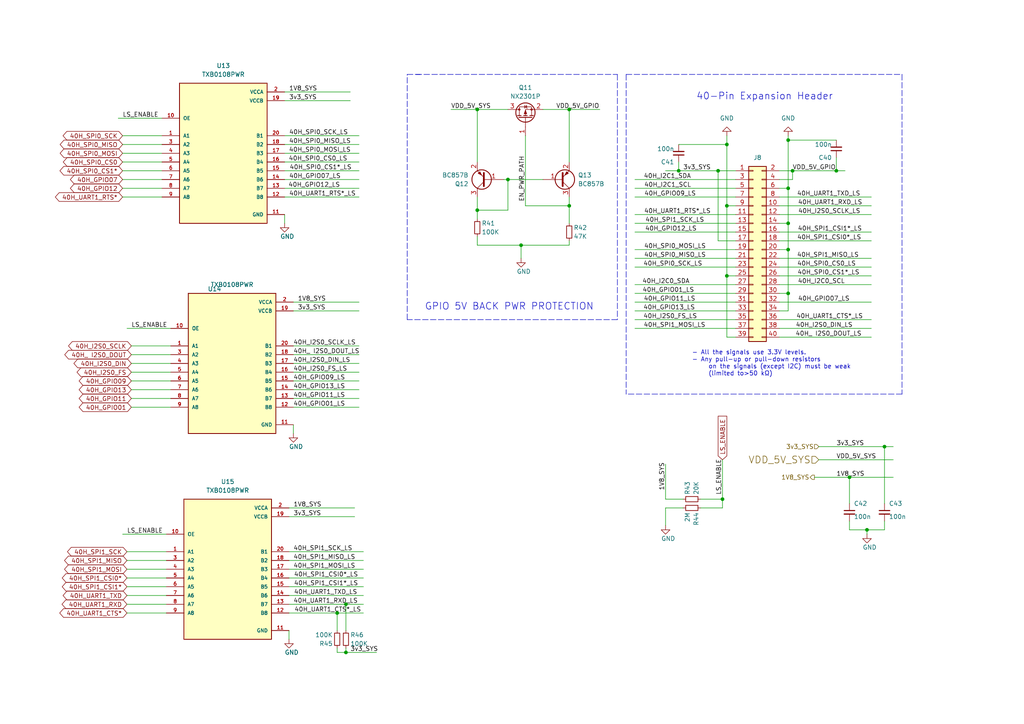
<source format=kicad_sch>
(kicad_sch (version 20211123) (generator eeschema)
  (paper "A4")
  (lib_symbols
    (symbol "Connector_Generic:Conn_02x20_Odd_Even" (pin_names (offset 1.016) hide)
      (property "Reference" "J" (at 1.27 25.4 0))
      (property "Value" "Conn_02x20_Odd_Even" (at 1.27 -27.94 0))
      (symbol "Conn_02x20_Odd_Even_1_1"
        (rectangle (start -1.27 -25.273) (end 0 -25.527) (stroke (width 0.1524)))
        (rectangle (start -1.27 -22.733) (end 0 -22.987) (stroke (width 0.1524)))
        (rectangle (start -1.27 -20.193) (end 0 -20.447) (stroke (width 0.1524)))
        (rectangle (start -1.27 -17.653) (end 0 -17.907) (stroke (width 0.1524)))
        (rectangle (start -1.27 -15.113) (end 0 -15.367) (stroke (width 0.1524)))
        (rectangle (start -1.27 -12.573) (end 0 -12.827) (stroke (width 0.1524)))
        (rectangle (start -1.27 -10.033) (end 0 -10.287) (stroke (width 0.1524)))
        (rectangle (start -1.27 -7.493) (end 0 -7.747) (stroke (width 0.1524)))
        (rectangle (start -1.27 -4.953) (end 0 -5.207) (stroke (width 0.1524)))
        (rectangle (start -1.27 -2.413) (end 0 -2.667) (stroke (width 0.1524)))
        (rectangle (start -1.27 0.127) (end 0 -0.127) (stroke (width 0.1524)))
        (rectangle (start -1.27 2.667) (end 0 2.413) (stroke (width 0.1524)))
        (rectangle (start -1.27 5.207) (end 0 4.953) (stroke (width 0.1524)))
        (rectangle (start -1.27 7.747) (end 0 7.493) (stroke (width 0.1524)))
        (rectangle (start -1.27 10.287) (end 0 10.033) (stroke (width 0.1524)))
        (rectangle (start -1.27 12.827) (end 0 12.573) (stroke (width 0.1524)))
        (rectangle (start -1.27 15.367) (end 0 15.113) (stroke (width 0.1524)))
        (rectangle (start -1.27 17.907) (end 0 17.653) (stroke (width 0.1524)))
        (rectangle (start -1.27 20.447) (end 0 20.193) (stroke (width 0.1524)))
        (rectangle (start -1.27 22.987) (end 0 22.733) (stroke (width 0.1524)))
        (rectangle (start -1.27 24.13) (end 3.81 -26.67) (stroke (width 0.254)) (fill (type background)))
        (rectangle (start 3.81 -25.273) (end 2.54 -25.527) (stroke (width 0.1524)))
        (rectangle (start 3.81 -22.733) (end 2.54 -22.987) (stroke (width 0.1524)))
        (rectangle (start 3.81 -20.193) (end 2.54 -20.447) (stroke (width 0.1524)))
        (rectangle (start 3.81 -17.653) (end 2.54 -17.907) (stroke (width 0.1524)))
        (rectangle (start 3.81 -15.113) (end 2.54 -15.367) (stroke (width 0.1524)))
        (rectangle (start 3.81 -12.573) (end 2.54 -12.827) (stroke (width 0.1524)))
        (rectangle (start 3.81 -10.033) (end 2.54 -10.287) (stroke (width 0.1524)))
        (rectangle (start 3.81 -7.493) (end 2.54 -7.747) (stroke (width 0.1524)))
        (rectangle (start 3.81 -4.953) (end 2.54 -5.207) (stroke (width 0.1524)))
        (rectangle (start 3.81 -2.413) (end 2.54 -2.667) (stroke (width 0.1524)))
        (rectangle (start 3.81 0.127) (end 2.54 -0.127) (stroke (width 0.1524)))
        (rectangle (start 3.81 2.667) (end 2.54 2.413) (stroke (width 0.1524)))
        (rectangle (start 3.81 5.207) (end 2.54 4.953) (stroke (width 0.1524)))
        (rectangle (start 3.81 7.747) (end 2.54 7.493) (stroke (width 0.1524)))
        (rectangle (start 3.81 10.287) (end 2.54 10.033) (stroke (width 0.1524)))
        (rectangle (start 3.81 12.827) (end 2.54 12.573) (stroke (width 0.1524)))
        (rectangle (start 3.81 15.367) (end 2.54 15.113) (stroke (width 0.1524)))
        (rectangle (start 3.81 17.907) (end 2.54 17.653) (stroke (width 0.1524)))
        (rectangle (start 3.81 20.447) (end 2.54 20.193) (stroke (width 0.1524)))
        (rectangle (start 3.81 22.987) (end 2.54 22.733) (stroke (width 0.1524)))
        (pin passive line (at -5.08 22.86 0) (length 3.81) (name "Pin_1") (number "1"))
        (pin passive line (at 7.62 12.7 180) (length 3.81) (name "Pin_10") (number "10"))
        (pin passive line (at -5.08 10.16 0) (length 3.81) (name "Pin_11") (number "11"))
        (pin passive line (at 7.62 10.16 180) (length 3.81) (name "Pin_12") (number "12"))
        (pin passive line (at -5.08 7.62 0) (length 3.81) (name "Pin_13") (number "13"))
        (pin passive line (at 7.62 7.62 180) (length 3.81) (name "Pin_14") (number "14"))
        (pin passive line (at -5.08 5.08 0) (length 3.81) (name "Pin_15") (number "15"))
        (pin passive line (at 7.62 5.08 180) (length 3.81) (name "Pin_16") (number "16"))
        (pin passive line (at -5.08 2.54 0) (length 3.81) (name "Pin_17") (number "17"))
        (pin passive line (at 7.62 2.54 180) (length 3.81) (name "Pin_18") (number "18"))
        (pin passive line (at -5.08 0 0) (length 3.81) (name "Pin_19") (number "19"))
        (pin passive line (at 7.62 22.86 180) (length 3.81) (name "Pin_2") (number "2"))
        (pin passive line (at 7.62 0 180) (length 3.81) (name "Pin_20") (number "20"))
        (pin passive line (at -5.08 -2.54 0) (length 3.81) (name "Pin_21") (number "21"))
        (pin passive line (at 7.62 -2.54 180) (length 3.81) (name "Pin_22") (number "22"))
        (pin passive line (at -5.08 -5.08 0) (length 3.81) (name "Pin_23") (number "23"))
        (pin passive line (at 7.62 -5.08 180) (length 3.81) (name "Pin_24") (number "24"))
        (pin passive line (at -5.08 -7.62 0) (length 3.81) (name "Pin_25") (number "25"))
        (pin passive line (at 7.62 -7.62 180) (length 3.81) (name "Pin_26") (number "26"))
        (pin passive line (at -5.08 -10.16 0) (length 3.81) (name "Pin_27") (number "27"))
        (pin passive line (at 7.62 -10.16 180) (length 3.81) (name "Pin_28") (number "28"))
        (pin passive line (at -5.08 -12.7 0) (length 3.81) (name "Pin_29") (number "29"))
        (pin passive line (at -5.08 20.32 0) (length 3.81) (name "Pin_3") (number "3"))
        (pin passive line (at 7.62 -12.7 180) (length 3.81) (name "Pin_30") (number "30"))
        (pin passive line (at -5.08 -15.24 0) (length 3.81) (name "Pin_31") (number "31"))
        (pin passive line (at 7.62 -15.24 180) (length 3.81) (name "Pin_32") (number "32"))
        (pin passive line (at -5.08 -17.78 0) (length 3.81) (name "Pin_33") (number "33"))
        (pin passive line (at 7.62 -17.78 180) (length 3.81) (name "Pin_34") (number "34"))
        (pin passive line (at -5.08 -20.32 0) (length 3.81) (name "Pin_35") (number "35"))
        (pin passive line (at 7.62 -20.32 180) (length 3.81) (name "Pin_36") (number "36"))
        (pin passive line (at -5.08 -22.86 0) (length 3.81) (name "Pin_37") (number "37"))
        (pin passive line (at 7.62 -22.86 180) (length 3.81) (name "Pin_38") (number "38"))
        (pin passive line (at -5.08 -25.4 0) (length 3.81) (name "Pin_39") (number "39"))
        (pin passive line (at 7.62 20.32 180) (length 3.81) (name "Pin_4") (number "4"))
        (pin passive line (at 7.62 -25.4 180) (length 3.81) (name "Pin_40") (number "40"))
        (pin passive line (at -5.08 17.78 0) (length 3.81) (name "Pin_5") (number "5"))
        (pin passive line (at 7.62 17.78 180) (length 3.81) (name "Pin_6") (number "6"))
        (pin passive line (at -5.08 15.24 0) (length 3.81) (name "Pin_7") (number "7"))
        (pin passive line (at 7.62 15.24 180) (length 3.81) (name "Pin_8") (number "8"))
        (pin passive line (at -5.08 12.7 0) (length 3.81) (name "Pin_9") (number "9"))
      )
    )
    (symbol "Device:C_Small" (pin_numbers hide) (pin_names (offset 0.254) hide)
      (property "Reference" "C" (at 0.254 1.778 0))
      (property "Value" "C_Small" (at 0.254 -2.032 0))
      (symbol "C_Small_0_1"
        (polyline (pts (xy -1.524 -0.508) (xy 1.524 -0.508)) (stroke (width 0.3302)))
        (polyline (pts (xy -1.524 0.508) (xy 1.524 0.508)) (stroke (width 0.3048)))
      )
      (symbol "C_Small_1_1"
        (pin passive line (at 0 2.54 270) (length 2.032) (name "~") (number "1"))
        (pin passive line (at 0 -2.54 90) (length 2.032) (name "~") (number "2"))
      )
    )
    (symbol "Device:Q_PNP_BEC" (pin_names (offset 0) hide)
      (property "Reference" "Q" (at 5.08 1.27 0))
      (property "Value" "Q_PNP_BEC" (at 5.08 -1.27 0))
      (symbol "Q_PNP_BEC_0_1"
        (polyline (pts (xy 0.635 0.635) (xy 2.54 2.54)))
        (polyline (pts (xy 0.635 -0.635) (xy 2.54 -2.54) (xy 2.54 -2.54)))
        (polyline (pts (xy 0.635 1.905) (xy 0.635 -1.905) (xy 0.635 -1.905)) (stroke (width 0.508)))
        (polyline (pts (xy 2.286 -1.778) (xy 1.778 -2.286) (xy 1.27 -1.27) (xy 2.286 -1.778) (xy 2.286 -1.778)) (fill (type outline)))
        (circle (center 1.27 0) (radius 2.8194) (stroke (width 0.254)))
      )
      (symbol "Q_PNP_BEC_1_1"
        (pin input line (at -5.08 0 0) (length 5.715) (name "B") (number "1"))
        (pin passive line (at 2.54 -5.08 90) (length 2.54) (name "E") (number "2"))
        (pin passive line (at 2.54 5.08 270) (length 2.54) (name "C") (number "3"))
      )
    )
    (symbol "Device:R_Small" (pin_numbers hide) (pin_names (offset 0.254) hide)
      (property "Reference" "R" (at 0.762 0.508 0))
      (property "Value" "R_Small" (at 0.762 -1.016 0))
      (symbol "R_Small_0_1"
        (rectangle (start -0.762 1.778) (end 0.762 -1.778) (stroke (width 0.2032)))
      )
      (symbol "R_Small_1_1"
        (pin passive line (at 0 2.54 270) (length 0.762) (name "~") (number "1"))
        (pin passive line (at 0 -2.54 90) (length 0.762) (name "~") (number "2"))
      )
    )
    (symbol "TXB0108PWR:TXB0108PWR" (pin_names (offset 1.016))
      (property "Reference" "U" (at -12.7 23.86 0))
      (property "Value" "TXB0108PWR" (at -12.7 -21.78 0))
      (symbol "TXB0108PWR_0_0"
        (rectangle (start -12.7 -17.78) (end 12.7 22.86) (stroke (width 0.254)) (fill (type background)))
        (pin bidirectional line (at -17.78 7.62 0) (length 5.08) (name "A1") (number "1"))
        (pin input line (at -17.78 12.7 0) (length 5.08) (name "OE") (number "10"))
        (pin power_in line (at 17.78 -15.24 180) (length 5.08) (name "GND") (number "11"))
        (pin bidirectional line (at 17.78 -10.16 180) (length 5.08) (name "B8") (number "12"))
        (pin bidirectional line (at 17.78 -7.62 180) (length 5.08) (name "B7") (number "13"))
        (pin bidirectional line (at 17.78 -5.08 180) (length 5.08) (name "B6") (number "14"))
        (pin bidirectional line (at 17.78 -2.54 180) (length 5.08) (name "B5") (number "15"))
        (pin bidirectional line (at 17.78 0 180) (length 5.08) (name "B4") (number "16"))
        (pin bidirectional line (at 17.78 2.54 180) (length 5.08) (name "B3") (number "17"))
        (pin bidirectional line (at 17.78 5.08 180) (length 5.08) (name "B2") (number "18"))
        (pin power_in line (at 17.78 17.78 180) (length 5.08) (name "VCCB") (number "19"))
        (pin power_in line (at 17.78 20.32 180) (length 5.08) (name "VCCA") (number "2"))
        (pin bidirectional line (at 17.78 7.62 180) (length 5.08) (name "B1") (number "20"))
        (pin bidirectional line (at -17.78 5.08 0) (length 5.08) (name "A2") (number "3"))
        (pin bidirectional line (at -17.78 2.54 0) (length 5.08) (name "A3") (number "4"))
        (pin bidirectional line (at -17.78 0 0) (length 5.08) (name "A4") (number "5"))
        (pin bidirectional line (at -17.78 -2.54 0) (length 5.08) (name "A5") (number "6"))
        (pin bidirectional line (at -17.78 -5.08 0) (length 5.08) (name "A6") (number "7"))
        (pin bidirectional line (at -17.78 -7.62 0) (length 5.08) (name "A7") (number "8"))
        (pin bidirectional line (at -17.78 -10.16 0) (length 5.08) (name "A8") (number "9"))
      )
    )
    (symbol "Transistor_FET:AO3401A" (pin_names hide)
      (property "Reference" "Q" (at 5.08 1.905 0))
      (property "Value" "AO3401A" (at 5.08 0 0))
      (symbol "AO3401A_0_1"
        (polyline (pts (xy 0.254 0) (xy -2.54 0)))
        (polyline (pts (xy 0.254 1.905) (xy 0.254 -1.905)) (stroke (width 0.254)))
        (polyline (pts (xy 0.762 -1.27) (xy 0.762 -2.286)) (stroke (width 0.254)))
        (polyline (pts (xy 0.762 0.508) (xy 0.762 -0.508)) (stroke (width 0.254)))
        (polyline (pts (xy 0.762 2.286) (xy 0.762 1.27)) (stroke (width 0.254)))
        (polyline (pts (xy 2.54 2.54) (xy 2.54 1.778)))
        (polyline (pts (xy 2.54 -2.54) (xy 2.54 0) (xy 0.762 0)))
        (polyline (pts (xy 0.762 1.778) (xy 3.302 1.778) (xy 3.302 -1.778) (xy 0.762 -1.778)))
        (polyline (pts (xy 2.286 0) (xy 1.27 0.381) (xy 1.27 -0.381) (xy 2.286 0)) (fill (type outline)))
        (polyline (pts (xy 2.794 -0.508) (xy 2.921 -0.381) (xy 3.683 -0.381) (xy 3.81 -0.254)))
        (polyline (pts (xy 3.302 -0.381) (xy 2.921 0.254) (xy 3.683 0.254) (xy 3.302 -0.381)))
        (circle (center 1.651 0) (radius 2.794) (stroke (width 0.254)))
        (circle (center 2.54 -1.778) (radius 0.254) (fill (type outline)))
        (circle (center 2.54 1.778) (radius 0.254) (fill (type outline)))
      )
      (symbol "AO3401A_1_1"
        (pin input line (at -5.08 0 0) (length 2.54) (name "G") (number "1"))
        (pin passive line (at 2.54 -5.08 90) (length 2.54) (name "S") (number "2"))
        (pin passive line (at 2.54 5.08 270) (length 2.54) (name "D") (number "3"))
      )
    )
    (symbol "power:GND" (power) (pin_names (offset 0))
      (property "Value" "GND" (at 0 -3.81 0))
      (symbol "GND_0_1"
        (polyline (pts (xy 0 0) (xy 0 -1.27) (xy 1.27 -1.27) (xy 0 -2.54) (xy -1.27 -1.27) (xy 0 -1.27)))
      )
      (symbol "GND_1_1"
        (pin power_in line (at 0 0 270) (length 0) hide (name "GND") (number "1"))
      )
    )
  )
  (junction (at 147.32 52.07))
  (junction (at 246.38 138.43))
  (junction (at 138.43 60.96))
  (junction (at 242.57 49.53))
  (junction (at 210.82 41.91))
  (junction (at 138.43 31.75))
  (junction (at 228.6 85.09))
  (junction (at 165.1 31.75))
  (junction (at 210.82 80.01))
  (junction (at 100.33 189.23))
  (junction (at 196.85 49.53))
  (junction (at 251.46 153.67))
  (junction (at 100.33 175.26))
  (junction (at 209.55 144.78))
  (junction (at 256.54 129.54))
  (junction (at 228.6 72.39))
  (junction (at 228.6 40.64))
  (junction (at 228.6 64.77))
  (junction (at 165.1 59.69))
  (junction (at 151.13 71.12))
  (junction (at 97.79 177.8))
  (junction (at 210.82 59.69))
  (junction (at 208.28 49.53))
  (junction (at 229.87 49.53))
  (junction (at 228.6 54.61))
  (wire (pts (xy 85.09 115.57) (xy 104.14 115.57)))
  (wire (pts (xy 208.28 69.85) (xy 208.28 49.53)))
  (wire (pts (xy 198.12 144.78) (xy 193.04 144.78)))
  (wire (pts (xy 38.1 100.33) (xy 49.53 100.33)))
  (wire (pts (xy 226.06 77.47) (xy 252.73 77.47)))
  (wire (pts (xy 38.1 110.49) (xy 49.53 110.49)))
  (wire (pts (xy 256.54 153.67) (xy 256.54 151.13)))
  (wire (pts (xy 165.1 31.75) (xy 165.1 46.99)))
  (wire (pts (xy 36.83 167.64) (xy 48.26 167.64)))
  (wire (pts (xy 100.33 175.26) (xy 100.33 182.88)))
  (wire (pts (xy 229.87 49.53) (xy 242.57 49.53)))
  (wire (pts (xy 213.36 59.69) (xy 210.82 59.69)))
  (wire (pts (xy 229.87 52.07) (xy 229.87 49.53)))
  (wire (pts (xy 165.1 31.75) (xy 173.99 31.75)))
  (wire (pts (xy 236.22 138.43) (xy 246.38 138.43)))
  (wire (pts (xy 203.2 147.32) (xy 209.55 147.32)))
  (wire (pts (xy 35.56 39.37) (xy 46.99 39.37)))
  (wire (pts (xy 193.04 134.62) (xy 193.04 144.78)))
  (polyline (pts (xy 120.65 21.59) (xy 179.07 21.59)))
  (wire (pts (xy 213.36 80.01) (xy 210.82 80.01)))
  (wire (pts (xy 138.43 60.96) (xy 138.43 63.5)))
  (wire (pts (xy 184.15 77.47) (xy 213.36 77.47)))
  (wire (pts (xy 256.54 129.54) (xy 256.54 146.05)))
  (wire (pts (xy 105.41 162.56) (xy 83.82 162.56)))
  (wire (pts (xy 36.83 162.56) (xy 48.26 162.56)))
  (wire (pts (xy 228.6 64.77) (xy 228.6 54.61)))
  (wire (pts (xy 100.33 175.26) (xy 105.41 175.26)))
  (wire (pts (xy 226.06 62.23) (xy 252.73 62.23)))
  (wire (pts (xy 196.85 49.53) (xy 208.28 49.53)))
  (wire (pts (xy 35.56 41.91) (xy 46.99 41.91)))
  (wire (pts (xy 147.32 52.07) (xy 157.48 52.07)))
  (wire (pts (xy 184.15 90.17) (xy 213.36 90.17)))
  (wire (pts (xy 226.06 52.07) (xy 229.87 52.07)))
  (wire (pts (xy 105.41 160.02) (xy 83.82 160.02)))
  (polyline (pts (xy 179.07 92.71) (xy 118.11 92.71)))
  (wire (pts (xy 226.06 49.53) (xy 229.87 49.53)))
  (wire (pts (xy 226.06 57.15) (xy 252.73 57.15)))
  (wire (pts (xy 97.79 187.96) (xy 97.79 189.23)))
  (wire (pts (xy 237.49 129.54) (xy 256.54 129.54)))
  (wire (pts (xy 104.14 102.87) (xy 85.09 102.87)))
  (wire (pts (xy 246.38 151.13) (xy 246.38 153.67)))
  (wire (pts (xy 100.33 189.23) (xy 100.33 187.96)))
  (wire (pts (xy 246.38 153.67) (xy 251.46 153.67)))
  (wire (pts (xy 184.15 95.25) (xy 213.36 95.25)))
  (wire (pts (xy 226.06 90.17) (xy 228.6 90.17)))
  (wire (pts (xy 193.04 49.53) (xy 196.85 49.53)))
  (wire (pts (xy 151.13 71.12) (xy 151.13 74.93)))
  (wire (pts (xy 242.57 45.72) (xy 242.57 49.53)))
  (wire (pts (xy 226.06 95.25) (xy 252.73 95.25)))
  (wire (pts (xy 210.82 59.69) (xy 210.82 41.91)))
  (wire (pts (xy 85.09 110.49) (xy 104.14 110.49)))
  (wire (pts (xy 34.29 34.29) (xy 46.99 34.29)))
  (wire (pts (xy 97.79 177.8) (xy 97.79 182.88)))
  (polyline (pts (xy 118.11 21.59) (xy 121.92 21.59)))
  (wire (pts (xy 198.12 147.32) (xy 193.04 147.32)))
  (wire (pts (xy 157.48 31.75) (xy 165.1 31.75)))
  (wire (pts (xy 138.43 31.75) (xy 138.43 46.99)))
  (wire (pts (xy 35.56 49.53) (xy 46.99 49.53)))
  (wire (pts (xy 83.82 149.86) (xy 102.87 149.86)))
  (wire (pts (xy 246.38 138.43) (xy 246.38 146.05)))
  (wire (pts (xy 82.55 57.15) (xy 104.14 57.15)))
  (wire (pts (xy 228.6 40.64) (xy 228.6 39.37)))
  (wire (pts (xy 35.56 44.45) (xy 46.99 44.45)))
  (wire (pts (xy 147.32 60.96) (xy 147.32 52.07)))
  (wire (pts (xy 165.1 71.12) (xy 151.13 71.12)))
  (wire (pts (xy 184.15 74.93) (xy 213.36 74.93)))
  (wire (pts (xy 97.79 189.23) (xy 100.33 189.23)))
  (wire (pts (xy 85.09 123.19) (xy 85.09 125.73)))
  (wire (pts (xy 38.1 118.11) (xy 49.53 118.11)))
  (wire (pts (xy 203.2 144.78) (xy 209.55 144.78)))
  (wire (pts (xy 104.14 44.45) (xy 82.55 44.45)))
  (wire (pts (xy 38.1 115.57) (xy 49.53 115.57)))
  (wire (pts (xy 226.06 67.31) (xy 252.73 67.31)))
  (wire (pts (xy 165.1 57.15) (xy 165.1 59.69)))
  (wire (pts (xy 36.83 95.25) (xy 49.53 95.25)))
  (wire (pts (xy 228.6 90.17) (xy 228.6 85.09)))
  (wire (pts (xy 35.56 46.99) (xy 46.99 46.99)))
  (wire (pts (xy 82.55 49.53) (xy 104.14 49.53)))
  (polyline (pts (xy 261.62 21.59) (xy 261.62 114.3)))
  (wire (pts (xy 184.15 92.71) (xy 213.36 92.71)))
  (wire (pts (xy 82.55 52.07) (xy 104.14 52.07)))
  (wire (pts (xy 226.06 87.63) (xy 252.73 87.63)))
  (wire (pts (xy 82.55 26.67) (xy 101.6 26.67)))
  (wire (pts (xy 83.82 175.26) (xy 100.33 175.26)))
  (wire (pts (xy 228.6 54.61) (xy 228.6 40.64)))
  (wire (pts (xy 210.82 97.79) (xy 210.82 80.01)))
  (wire (pts (xy 85.09 87.63) (xy 104.14 87.63)))
  (wire (pts (xy 251.46 153.67) (xy 256.54 153.67)))
  (wire (pts (xy 228.6 72.39) (xy 228.6 64.77)))
  (wire (pts (xy 208.28 49.53) (xy 213.36 49.53)))
  (wire (pts (xy 82.55 46.99) (xy 104.14 46.99)))
  (wire (pts (xy 226.06 59.69) (xy 252.73 59.69)))
  (wire (pts (xy 184.15 57.15) (xy 213.36 57.15)))
  (wire (pts (xy 38.1 113.03) (xy 49.53 113.03)))
  (wire (pts (xy 251.46 154.94) (xy 251.46 153.67)))
  (wire (pts (xy 38.1 105.41) (xy 49.53 105.41)))
  (wire (pts (xy 151.13 71.12) (xy 138.43 71.12)))
  (wire (pts (xy 35.56 52.07) (xy 46.99 52.07)))
  (wire (pts (xy 184.15 52.07) (xy 213.36 52.07)))
  (wire (pts (xy 210.82 80.01) (xy 210.82 59.69)))
  (wire (pts (xy 83.82 172.72) (xy 105.41 172.72)))
  (wire (pts (xy 226.06 80.01) (xy 252.73 80.01)))
  (wire (pts (xy 83.82 182.88) (xy 83.82 185.42)))
  (wire (pts (xy 209.55 147.32) (xy 209.55 144.78)))
  (wire (pts (xy 97.79 177.8) (xy 105.41 177.8)))
  (wire (pts (xy 226.06 92.71) (xy 252.73 92.71)))
  (wire (pts (xy 36.83 170.18) (xy 48.26 170.18)))
  (wire (pts (xy 256.54 129.54) (xy 259.08 129.54)))
  (wire (pts (xy 226.06 97.79) (xy 252.73 97.79)))
  (wire (pts (xy 237.49 133.35) (xy 259.08 133.35)))
  (wire (pts (xy 226.06 82.55) (xy 252.73 82.55)))
  (wire (pts (xy 152.4 59.69) (xy 165.1 59.69)))
  (wire (pts (xy 82.55 62.23) (xy 82.55 64.77)))
  (wire (pts (xy 83.82 147.32) (xy 102.87 147.32)))
  (wire (pts (xy 152.4 39.37) (xy 152.4 59.69)))
  (wire (pts (xy 184.15 67.31) (xy 213.36 67.31)))
  (wire (pts (xy 38.1 102.87) (xy 49.53 102.87)))
  (wire (pts (xy 82.55 54.61) (xy 104.14 54.61)))
  (wire (pts (xy 226.06 54.61) (xy 228.6 54.61)))
  (wire (pts (xy 36.83 160.02) (xy 48.26 160.02)))
  (wire (pts (xy 226.06 74.93) (xy 252.73 74.93)))
  (polyline (pts (xy 118.11 92.71) (xy 118.11 21.59)))
  (wire (pts (xy 83.82 167.64) (xy 105.41 167.64)))
  (wire (pts (xy 193.04 147.32) (xy 193.04 152.4)))
  (wire (pts (xy 165.1 69.85) (xy 165.1 71.12)))
  (wire (pts (xy 184.15 54.61) (xy 213.36 54.61)))
  (wire (pts (xy 138.43 60.96) (xy 147.32 60.96)))
  (wire (pts (xy 184.15 85.09) (xy 213.36 85.09)))
  (wire (pts (xy 35.56 57.15) (xy 46.99 57.15)))
  (wire (pts (xy 184.15 72.39) (xy 213.36 72.39)))
  (wire (pts (xy 138.43 57.15) (xy 138.43 60.96)))
  (wire (pts (xy 184.15 64.77) (xy 213.36 64.77)))
  (wire (pts (xy 213.36 97.79) (xy 210.82 97.79)))
  (wire (pts (xy 165.1 59.69) (xy 165.1 64.77)))
  (wire (pts (xy 38.1 107.95) (xy 49.53 107.95)))
  (wire (pts (xy 85.09 118.11) (xy 104.14 118.11)))
  (wire (pts (xy 104.14 41.91) (xy 82.55 41.91)))
  (wire (pts (xy 184.15 62.23) (xy 213.36 62.23)))
  (wire (pts (xy 228.6 40.64) (xy 242.57 40.64)))
  (wire (pts (xy 83.82 170.18) (xy 105.41 170.18)))
  (wire (pts (xy 226.06 69.85) (xy 252.73 69.85)))
  (wire (pts (xy 210.82 39.37) (xy 210.82 41.91)))
  (wire (pts (xy 82.55 29.21) (xy 101.6 29.21)))
  (wire (pts (xy 36.83 172.72) (xy 48.26 172.72)))
  (wire (pts (xy 104.14 105.41) (xy 85.09 105.41)))
  (wire (pts (xy 196.85 41.91) (xy 210.82 41.91)))
  (wire (pts (xy 36.83 165.1) (xy 48.26 165.1)))
  (wire (pts (xy 85.09 107.95) (xy 104.14 107.95)))
  (wire (pts (xy 105.41 165.1) (xy 83.82 165.1)))
  (wire (pts (xy 226.06 85.09) (xy 228.6 85.09)))
  (polyline (pts (xy 181.61 21.59) (xy 261.62 21.59)))
  (wire (pts (xy 184.15 87.63) (xy 213.36 87.63)))
  (wire (pts (xy 130.81 31.75) (xy 138.43 31.75)))
  (wire (pts (xy 85.09 90.17) (xy 104.14 90.17)))
  (wire (pts (xy 104.14 39.37) (xy 82.55 39.37)))
  (polyline (pts (xy 261.62 114.3) (xy 181.61 114.3)))
  (wire (pts (xy 35.56 154.94) (xy 48.26 154.94)))
  (wire (pts (xy 83.82 177.8) (xy 97.79 177.8)))
  (wire (pts (xy 246.38 138.43) (xy 259.08 138.43)))
  (wire (pts (xy 138.43 71.12) (xy 138.43 68.58)))
  (wire (pts (xy 242.57 49.53) (xy 245.11 49.53)))
  (wire (pts (xy 209.55 133.35) (xy 209.55 144.78)))
  (wire (pts (xy 104.14 100.33) (xy 85.09 100.33)))
  (polyline (pts (xy 181.61 21.59) (xy 181.61 114.3)))
  (wire (pts (xy 36.83 177.8) (xy 48.26 177.8)))
  (wire (pts (xy 100.33 189.23) (xy 109.22 189.23)))
  (wire (pts (xy 85.09 113.03) (xy 104.14 113.03)))
  (wire (pts (xy 146.05 52.07) (xy 147.32 52.07)))
  (wire (pts (xy 147.32 31.75) (xy 138.43 31.75)))
  (wire (pts (xy 226.06 72.39) (xy 228.6 72.39)))
  (wire (pts (xy 196.85 46.99) (xy 196.85 49.53)))
  (wire (pts (xy 184.15 82.55) (xy 213.36 82.55)))
  (polyline (pts (xy 179.07 21.59) (xy 179.07 92.71)))
  (wire (pts (xy 228.6 85.09) (xy 228.6 72.39)))
  (wire (pts (xy 213.36 69.85) (xy 208.28 69.85)))
  (wire (pts (xy 36.83 175.26) (xy 48.26 175.26)))
  (wire (pts (xy 35.56 54.61) (xy 46.99 54.61)))
  (wire (pts (xy 226.06 64.77) (xy 228.6 64.77)))
  (text "40-Pin Expansion Header" (at 201.93 29.21 0) (effects (font (size 2 2)) (justify left bottom)))
  (text "GPIO 5V BACK PWR PROTECTION" (at 123.19 90.17 0) (effects (font (size 2 2)) (justify left bottom)))
  (text "- All the signals use 3.3V levels.\n- Any pull-up or pull-down resistors \n	on the signals (except I2C) must be weak \n	(limited to>50 kΩ)" (at 200.66 109.22 0) (effects (font (size 1.27 1.27)) (justify left bottom)))
  (label "VDD_5V_GPIO" (at 229.87 49.53 0))
  (label "1V8_SYS" (at 193.04 142.24 90))
  (label "40H_SPI1_SCK_LS" (at 187.1429 64.77 0))
  (label "40H_SPI0_MISO_LS" (at 186.7787 74.93 0))
  (label "40H_UART1_CTS*_LS" (at 230.9345 92.71 0))
  (label "EN_PWR_PATH" (at 152.4 58.42 90))
  (label "3v3_SYS" (at 85.09 149.86 0))
  (label "VDD_5V_GPIO" (at 161.29 31.75 0))
  (label "40H_UART1_RTS*_LS" (at 186.7833 62.23 0))
  (label "40H_GPIO09_LS" (at 85.09 110.49 0))
  (label "40H_I2S0_FS_LS" (at 186.5826 92.71 0))
  (label "40H_SPI1_CSI0*_LS" (at 85.2348 167.64 0))
  (label "40H_UART1_RXD_LS" (at 85.09 175.26 0))
  (label "40H_GPIO12_LS" (at 83.6249 54.61 0))
  (label "40H_SPI0_SCK_LS" (at 83.82 39.37 0))
  (label "40H_I2C1_SCL" (at 186.816 54.61 0))
  (label "40H_I2C1_SDA" (at 186.69 52.07 0))
  (label "40H_GPIO12_LS" (at 187.0728 67.31 0))
  (label "40H_ I2S0_DOUT_LS" (at 85.09 102.87 0))
  (label "40H_SPI1_SCK_LS" (at 85.09 160.02 0))
  (label "40H_SPI0_MOSI_LS" (at 186.7787 72.39 0))
  (label "40H_I2S0_SCLK_LS" (at 231.4692 62.23 0))
  (label "40H_GPIO13_LS" (at 186.5826 90.17 0))
  (label "40H_GPIO07_LS" (at 83.82 52.07 0))
  (label "LS_ENABLE" (at 36.83 154.94 0))
  (label "LS_ENABLE" (at 209.55 143.51 90))
  (label "40H_I2S0_DIN_LS" (at 230.782 95.25 0))
  (label "3v3_SYS" (at 198.12 49.53 0))
  (label "40H_SPI0_CS0_LS" (at 83.7033 46.99 0))
  (label "40H_SPI0_MOSI_LS" (at 83.7686 44.45 0))
  (label "40H_I2C0_SDA" (at 186.2884 82.55 0))
  (label "40H_SPI1_MOSI_LS" (at 186.6561 95.25 0))
  (label "40H_GPIO13_LS" (at 85.09 113.03 0))
  (label "40H_I2C0_SCL" (at 231.3804 82.55 0))
  (label "LS_ENABLE" (at 38.1 95.25 0))
  (label "40H_GPIO01_LS" (at 186.3375 85.09 0))
  (label "40H_UART1_TXD_LS" (at 85.2348 172.72 0))
  (label "3v3_SYS" (at 83.82 29.21 0))
  (label "40H_SPI0_SCK_LS" (at 186.5826 77.47 0))
  (label "40H_SPI1_MISO_LS" (at 85.09 162.56 0))
  (label "40H_SPI1_CSI1*_LS" (at 85.2348 170.18 0))
  (label "40H_SPI0_CS0_LS" (at 231.1843 77.47 0))
  (label "40H_SPI1_CSI1*_LS" (at 231.3711 67.31 0))
  (label "40H_GPIO07_LS" (at 231.4294 87.63 0))
  (label "40H_I2S0_DIN_LS" (at 85.09 105.41 0))
  (label "LS_ENABLE" (at 35.56 34.29 0))
  (label "40H_GPIO09_LS" (at 186.8487 57.15 0))
  (label "40H_I2S0_SCLK_LS" (at 85.09 100.33 0))
  (label "40H_I2S0_FS_LS" (at 85.09 107.95 0))
  (label "40H_UART1_CTS*_LS" (at 85.3819 177.8 0))
  (label "40H_SPI1_CSI0*_LS" (at 231.175 69.85 0))
  (label "1V8_SYS" (at 86.36 87.63 0))
  (label "3v3_SYS" (at 86.36 90.17 0))
  (label "VDD_5V_SYS" (at 130.81 31.75 0))
  (label "1V8_SYS" (at 242.57 138.43 0))
  (label "40H_SPI0_CS1*_LS" (at 231.2824 80.01 0))
  (label "40H_GPIO11_LS" (at 85.09 115.57 0))
  (label "40H_ I2S0_DOUT_LS" (at 230.7166 97.79 0))
  (label "40H_UART1_TXD_LS" (at 231.14 57.15 0))
  (label "40H_SPI1_MISO_LS" (at 231.14 74.93 0))
  (label "40H_GPIO01_LS" (at 85.09 118.11 0))
  (label "1V8_SYS" (at 83.82 26.67 0))
  (label "40H_GPIO11_LS" (at 186.69 87.63 0))
  (label "40H_UART1_RXD_LS" (at 231.4201 59.69 0))
  (label "40H_SPI1_MOSI_LS" (at 85.09 165.1 0))
  (label "40H_UART1_RTS*_LS" (at 83.82 57.15 0))
  (label "1V8_SYS" (at 85.09 147.32 0))
  (label "3v3_SYS" (at 242.57 129.54 0))
  (label "3v3_SYS" (at 101.6 189.23 0))
  (label "40H_SPI0_CS1*_LS" (at 83.9647 49.53 0))
  (label "VDD_5V_SYS" (at 242.57 133.35 0))
  (label "40H_SPI0_MISO_LS" (at 83.8013 41.91 0))
  (global_label "40H_I2S0_SCLK" (shape bidirectional) (at 38.1 100.33 180) (property "Intersheet References" "${INTERSHEET_REFS}" (effects hide)))
  (global_label "40H_GPIO12" (shape bidirectional) (at 35.56 54.61 180) (property "Intersheet References" "${INTERSHEET_REFS}" (effects hide)))
  (global_label "40H_SPI0_MISO" (shape bidirectional) (at 35.56 41.91 180) (property "Intersheet References" "${INTERSHEET_REFS}" (effects hide)))
  (global_label "40H_SPI0_CS1*" (shape bidirectional) (at 35.56 49.53 180) (property "Intersheet References" "${INTERSHEET_REFS}" (effects hide)))
  (global_label "40H_UART1_RXD" (shape bidirectional) (at 36.83 175.26 180) (property "Intersheet References" "${INTERSHEET_REFS}" (effects hide)))
  (global_label "40H_GPIO01" (shape bidirectional) (at 38.1 118.11 180) (property "Intersheet References" "${INTERSHEET_REFS}" (effects hide)))
  (global_label "40H_I2S0_FS" (shape bidirectional) (at 38.1 107.95 180) (property "Intersheet References" "${INTERSHEET_REFS}" (effects hide)))
  (global_label "40H_SPI1_CSI0*" (shape bidirectional) (at 36.83 167.64 180) (property "Intersheet References" "${INTERSHEET_REFS}" (effects hide)))
  (global_label "40H_SPI0_SCK" (shape bidirectional) (at 35.56 39.37 180) (property "Intersheet References" "${INTERSHEET_REFS}" (effects hide)))
  (global_label "40H_I2S0_DIN" (shape bidirectional) (at 38.1 105.41 180) (property "Intersheet References" "${INTERSHEET_REFS}" (effects hide)))
  (global_label "40H_UART1_CTS*" (shape bidirectional) (at 36.83 177.8 180) (property "Intersheet References" "${INTERSHEET_REFS}" (effects hide)))
  (global_label "40H_SPI1_MISO" (shape bidirectional) (at 36.83 162.56 180) (property "Intersheet References" "${INTERSHEET_REFS}" (effects hide)))
  (global_label "40H_SPI1_SCK" (shape bidirectional) (at 36.83 160.02 180) (property "Intersheet References" "${INTERSHEET_REFS}" (effects hide)))
  (global_label "40H_UART1_TXD" (shape bidirectional) (at 36.83 172.72 180) (property "Intersheet References" "${INTERSHEET_REFS}" (effects hide)))
  (global_label "40H_GPIO09" (shape bidirectional) (at 38.1 110.49 180) (property "Intersheet References" "${INTERSHEET_REFS}" (effects hide)))
  (global_label "40H_GPIO07" (shape bidirectional) (at 35.56 52.07 180) (property "Intersheet References" "${INTERSHEET_REFS}" (effects hide)))
  (global_label "40H_GPIO13" (shape bidirectional) (at 38.1 113.03 180) (property "Intersheet References" "${INTERSHEET_REFS}" (effects hide)))
  (global_label "40H_SPI1_MOSI" (shape bidirectional) (at 36.83 165.1 180) (property "Intersheet References" "${INTERSHEET_REFS}" (effects hide)))
  (global_label "40H_GPIO11" (shape bidirectional) (at 38.1 115.57 180) (property "Intersheet References" "${INTERSHEET_REFS}" (effects hide)))
  (global_label "40H_SPI0_MOSI" (shape bidirectional) (at 35.56 44.45 180) (property "Intersheet References" "${INTERSHEET_REFS}" (effects hide)))
  (global_label "40H_SPI0_CS0" (shape bidirectional) (at 35.56 46.99 180) (property "Intersheet References" "${INTERSHEET_REFS}" (effects hide)))
  (global_label "40H_SPI1_CSI1*" (shape bidirectional) (at 36.83 170.18 180) (property "Intersheet References" "${INTERSHEET_REFS}" (effects hide)))
  (global_label "40H_ I2S0_DOUT" (shape bidirectional) (at 38.1 102.87 180) (property "Intersheet References" "${INTERSHEET_REFS}" (effects hide)))
  (global_label "40H_UART1_RTS*" (shape bidirectional) (at 35.56 57.15 180) (property "Intersheet References" "${INTERSHEET_REFS}" (effects hide)))
  (global_label "LS_ENABLE" (shape input) (at 209.55 133.35 90) (property "Intersheet References" "${INTERSHEET_REFS}" (effects hide)))
  (hierarchical_label "VDD_5V_SYS" (shape input) (at 237.49 133.35 180) (effects (font (size 2.0066 2.0066))))
  (hierarchical_label "1V8_SYS" (shape output) (at 236.22 138.43 180))
  (hierarchical_label "3v3_SYS" (shape input) (at 237.49 129.54 180))
  (symbol (lib_id "power:GND") (at 193.04 152.4 0) (unit 1)
    (property "Reference" "#PWR0172" (effects hide))
    (property "Value" "GND" (at 191.77 156.21 0) (effects (justify left)))
  )
  (symbol (lib_id "Device:C_Small") (at 256.54 148.59 0) (unit 1)
    (property "Reference" "C43" (at 257.81 146.05 0) (effects (justify left)))
    (property "Value" "100n" (at 257.81 149.86 0) (effects (justify left)))
    (property "Footprint" "Capacitor_SMD:C_0201_0603Metric" (effects hide))
    (property "LCSC" "C307380" (effects hide))
  )
  (symbol (lib_id "Transistor_FET:AO3401A") (at 152.4 34.29 90) (unit 1)
    (property "Reference" "Q11" (at 152.4 25.4 90))
    (property "Value" "NX2301P" (at 152.4 27.94 90))
    (property "Footprint" "Package_TO_SOT_SMD:SOT-23" (effects hide))
    (property "LCSC" "C191273" (effects hide))
    (property "ALT" "NTS4101PT1G" (effects hide))
  )
  (symbol (lib_id "Device:C_Small") (at 242.57 43.18 180) (unit 1)
    (property "Reference" "C40" (at 241.3 45.72 0) (effects (justify left)))
    (property "Value" "100n" (at 241.3 41.91 0) (effects (justify left)))
    (property "Footprint" "Capacitor_SMD:C_0201_0603Metric" (effects hide))
    (property "LCSC" "C307380" (effects hide))
  )
  (symbol (lib_id "Device:R_Small") (at 100.33 185.42 0) (unit 1)
    (property "Reference" "R46" (at 101.6 184.15 0) (effects (justify left)))
    (property "Value" "100K" (at 101.6 186.69 0) (effects (justify left)))
    (property "Footprint" "Resistor_SMD:R_0201_0603Metric" (effects hide))
    (property "LCSC" "C106224" (effects hide))
  )
  (symbol (lib_id "Device:R_Small") (at 138.43 66.04 0) (unit 1)
    (property "Reference" "R41" (at 139.7 64.77 0) (effects (justify left)))
    (property "Value" "100K" (at 139.7 67.31 0) (effects (justify left)))
    (property "Footprint" "Resistor_SMD:R_0201_0603Metric" (effects hide))
    (property "LCSC" "C106224" (effects hide))
  )
  (symbol (lib_id "power:GND") (at 210.82 39.37 180) (unit 1)
    (property "Reference" "#PWR0174" (effects hide))
    (property "Value" "GND" (at 210.82 34.29 0))
  )
  (symbol (lib_id "Device:C_Small") (at 196.85 44.45 180) (unit 1)
    (property "Reference" "C41" (at 195.58 46.99 0) (effects (justify left)))
    (property "Value" "100n" (at 195.58 43.18 0) (effects (justify left)))
    (property "Footprint" "Capacitor_SMD:C_0201_0603Metric" (effects hide))
    (property "LCSC" "C307380" (effects hide))
  )
  (symbol (lib_id "TXB0108PWR:TXB0108PWR") (at 64.77 46.99 0) (unit 1)
    (property "Reference" "U13" (at 64.77 19.05 0))
    (property "Value" "TXB0108PWR" (at 64.77 21.59 0))
    (property "Footprint" "TXB0108PWR:SOP65P640X120-20N" (effects hide))
    (property "PARTREV" "H" (effects hide))
    (property "MANUFACTURER" "Texas Instruments" (effects hide))
    (property "MAXIMUM_PACKAGE_HEIGHT" "1.2mm" (effects hide))
    (property "STANDARD" "IPC-7351B" (effects hide))
    (property "LCSC" "C53406" (effects hide))
  )
  (symbol (lib_id "Device:R_Small") (at 165.1 67.31 0) (unit 1)
    (property "Reference" "R42" (at 166.37 66.04 0) (effects (justify left)))
    (property "Value" "47K" (at 166.37 68.58 0) (effects (justify left)))
    (property "Footprint" "Resistor_SMD:R_0201_0603Metric" (effects hide))
    (property "LCSC" "C138139" (effects hide))
  )
  (symbol (lib_id "Connector_Generic:Conn_02x20_Odd_Even") (at 218.44 72.39 0) (unit 1)
    (property "Reference" "J8" (at 219.71 45.72 0))
    (property "Value" "Conn_02x20_Odd_Even" (effects hide))
    (property "Footprint" "Connector_PinHeader_2.54mm:PinHeader_2x20_P2.54mm_Vertical" (effects hide))
  )
  (symbol (lib_id "power:GND") (at 83.82 185.42 0) (unit 1)
    (property "Reference" "#PWR0170" (effects hide))
    (property "Value" "GND" (at 82.55 189.23 0) (effects (justify left)))
  )
  (symbol (lib_id "TXB0108PWR:TXB0108PWR") (at 67.31 107.95 0) (unit 1)
    (property "Reference" "U14" (at 62.23 83.82 0))
    (property "Value" "TXB0108PWR" (at 67.31 82.55 0))
    (property "Footprint" "TXB0108PWR:SOP65P640X120-20N" (effects hide))
    (property "PARTREV" "H" (effects hide))
    (property "MANUFACTURER" "Texas Instruments" (effects hide))
    (property "MAXIMUM_PACKAGE_HEIGHT" "1.2mm" (effects hide))
    (property "STANDARD" "IPC-7351B" (effects hide))
    (property "LCSC" "C53406" (effects hide))
  )
  (symbol (lib_id "power:GND") (at 251.46 154.94 0) (unit 1)
    (property "Reference" "#PWR0171" (effects hide))
    (property "Value" "GND" (at 250.19 158.75 0) (effects (justify left)))
  )
  (symbol (lib_id "Device:R_Small") (at 200.66 144.78 90) (unit 1)
    (property "Reference" "R43" (at 199.39 143.51 0) (effects (justify left)))
    (property "Value" "20K" (at 201.93 143.51 0) (effects (justify left)))
    (property "Footprint" "Resistor_SMD:R_0201_0603Metric" (effects hide))
    (property "LCSC" "C295787" (effects hide))
  )
  (symbol (lib_id "power:GND") (at 228.6 39.37 180) (unit 1)
    (property "Reference" "#PWR0173" (effects hide))
    (property "Value" "GND" (at 228.6 34.29 0))
  )
  (symbol (lib_id "power:GND") (at 82.55 64.77 0) (unit 1)
    (property "Reference" "#PWR0169" (effects hide))
    (property "Value" "GND" (at 81.28 68.58 0) (effects (justify left)))
  )
  (symbol (lib_id "power:GND") (at 85.09 125.73 0) (unit 1)
    (property "Reference" "#PWR0167" (effects hide))
    (property "Value" "GND" (at 83.82 129.54 0) (effects (justify left)))
  )
  (symbol (lib_id "Device:R_Small") (at 200.66 147.32 270) (unit 1)
    (property "Reference" "R44" (at 201.93 148.59 0) (effects (justify left)))
    (property "Value" "2M" (at 199.39 148.59 0) (effects (justify left)))
    (property "Footprint" "Resistor_SMD:R_0201_0603Metric" (effects hide))
    (property "LCSC" "C106228" (effects hide))
  )
  (symbol (lib_id "Device:C_Small") (at 246.38 148.59 0) (unit 1)
    (property "Reference" "C42" (at 247.65 146.05 0) (effects (justify left)))
    (property "Value" "100n" (at 247.65 149.86 0) (effects (justify left)))
    (property "Footprint" "Capacitor_SMD:C_0201_0603Metric" (effects hide))
    (property "LCSC" "C307380" (effects hide))
  )
  (symbol (lib_id "Device:R_Small") (at 97.79 185.42 180) (unit 1)
    (property "Reference" "R45" (at 96.52 186.69 0) (effects (justify left)))
    (property "Value" "100K" (at 96.52 184.15 0) (effects (justify left)))
    (property "Footprint" "Resistor_SMD:R_0201_0603Metric" (effects hide))
    (property "LCSC" "C106224" (effects hide))
  )
  (symbol (lib_id "power:GND") (at 151.13 74.93 0) (unit 1)
    (property "Reference" "#PWR0168" (effects hide))
    (property "Value" "GND" (at 149.86 78.74 0) (effects (justify left)))
  )
  (symbol (lib_id "TXB0108PWR:TXB0108PWR") (at 66.04 167.64 0) (unit 1)
    (property "Reference" "U15" (at 66.04 139.7 0))
    (property "Value" "TXB0108PWR" (at 66.04 142.24 0))
    (property "Footprint" "TXB0108PWR:SOP65P640X120-20N" (effects hide))
    (property "PARTREV" "H" (effects hide))
    (property "MANUFACTURER" "Texas Instruments" (effects hide))
    (property "MAXIMUM_PACKAGE_HEIGHT" "1.2mm" (effects hide))
    (property "STANDARD" "IPC-7351B" (effects hide))
    (property "LCSC" "C53406" (effects hide))
  )
  (symbol (lib_id "Device:Q_PNP_BEC") (at 162.56 52.07 0) (mirror x) (unit 1)
    (property "Reference" "Q13" (at 167.64 50.7999 0) (effects (justify left)))
    (property "Value" "BC857B" (at 167.64 53.3399 0) (effects (justify left)))
    (property "Footprint" "Package_TO_SOT_SMD:SOT-23" (effects hide))
    (property "LCSC" "C556165" (effects hide))
  )
  (symbol (lib_id "Device:Q_PNP_BEC") (at 140.97 52.07 180) (unit 1)
    (property "Reference" "Q12" (at 135.89 53.3401 0) (effects (justify left)))
    (property "Value" "BC857B" (at 135.89 50.8001 0) (effects (justify left)))
    (property "Footprint" "Package_TO_SOT_SMD:SOT-23" (effects hide))
    (property "LCSC" "C556165" (effects hide))
  )
)
</source>
